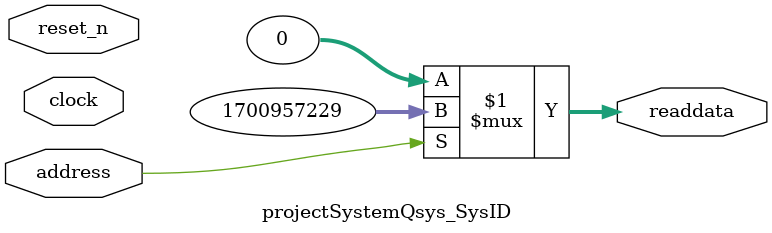
<source format=v>



// synthesis translate_off
`timescale 1ns / 1ps
// synthesis translate_on

// turn off superfluous verilog processor warnings 
// altera message_level Level1 
// altera message_off 10034 10035 10036 10037 10230 10240 10030 

module projectSystemQsys_SysID (
               // inputs:
                address,
                clock,
                reset_n,

               // outputs:
                readdata
             )
;

  output  [ 31: 0] readdata;
  input            address;
  input            clock;
  input            reset_n;

  wire    [ 31: 0] readdata;
  //control_slave, which is an e_avalon_slave
  assign readdata = address ? 1700957229 : 0;

endmodule



</source>
